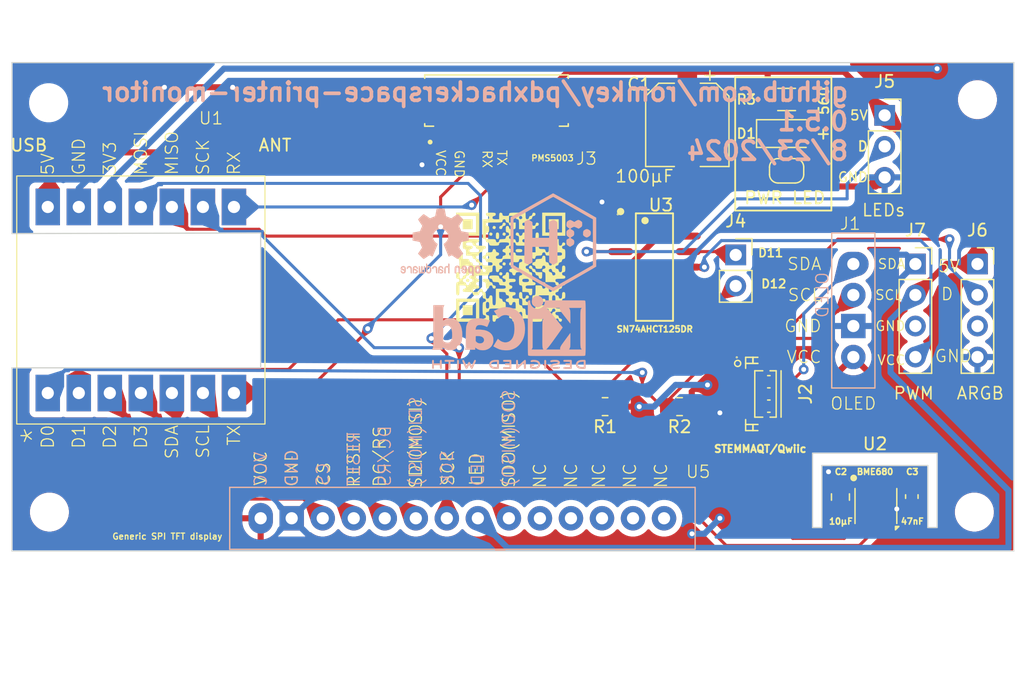
<source format=kicad_pcb>
(kicad_pcb (version 20240108) (generator "pcbnew") (generator_version "8.0")
  (layers (0 "F.Cu" signal) (31 "B.Cu" signal) (34 "B.Paste" user) (35 "F.Paste" user) (36 "B.SilkS" user "B.Silkscreen") (37 "F.SilkS" user "F.Silkscreen") (38 "B.Mask" user) (39 "F.Mask" user) (44 "Edge.Cuts" user))
  (net 0 "")
  (net 1 "+3.3V")
  (net 2 "GND")
  (net 3 "/SCL")
  (net 4 "/SDA")
  (net 5 "+5V")
  (net 6 "/PM_RX")
  (net 7 "/PM_TX")
  (net 8 "/LED_DATA")
  (net 9 "/D_CS")
  (net 10 "/D_DCRS")
  (net 11 "/D_RST")
  (net 12 "/SCK")
  (net 13 "/DI")
  (net 14 "/DO")
  (net 24 "Net-(D1-K)")
  (net 25 "Net-(D1-A)")
  (net 26 "/LED_DATA_5V")
  (net 27 "/FAN_ARGB_5V")
  (net 28 "/FAN_PWM_5V")
  (net 29 "/FAN_PWM")
  (net 30 "/FAN_ARGB")
  (footprint "Connector_PinSocket_2.54mm:PinSocket_1x02_P2.54mm_Vertical" (layer "F.Cu") (at 77.241 30.754)
    (property "Reference" "J4" (at 0 -2.77 0) (layer "F.SilkS"))
    (property "Value" "Conn_01x02_Pin" (hide yes))
    (pad "1" thru_hole rect (at 0 0) (size 1.7 1.7) (drill 1) (layers "*.Cu" "*.Mask") (net 29 "/FAN_PWM"))
    (pad "2" thru_hole oval (at 0 2.54) (size 1.7 1.7) (drill 1) (layers "*.Cu" "*.Mask") (net 30 "/FAN_ARGB"))
  )
  (footprint "LED_SMD:LED_1206_3216Metric_Pad1.42x1.75mm_HandSolder" (layer "F.Cu") (at 81.407 20.812)
    (property "Reference" "D1" (at -3.302001 -0.000001 0) (layer "F.SilkS") (effects (font (size 0.8 0.8))))
    (property "Value" "LED" (hide yes))
    (pad "1" smd roundrect (at -1.4875 0) (size 1.425 1.75) (layers "F.Cu" "F.Paste" "F.Mask") (roundrect_rratio 0.175439) (net 24 "Net-(D1-K)"))
    (pad "2" smd roundrect (at 1.4875 0) (size 1.425 1.75) (layers "F.Cu" "F.Paste" "F.Mask") (roundrect_rratio 0.175439) (net 25 "Net-(D1-A)"))
  )
  (footprint "footprint:SOIC-14_L8.7-W3.9-P1.27-LS6.0-BL" (layer "F.Cu") (at 70.587164 31.750008 -90)
    (property "Reference" "U3" (at -5.08 -0.532836 0) (layer "F.SilkS"))
    (property "Value" "SN74AHCT125DR" (at 5.08 -0.024836 0) (layer "F.SilkS") (effects (font (size 0.5 0.5) (thickness 0.125))))
    (pad "1" smd oval (at -3.810008 2.769164 270) (size 0.57399 2.037998) (layers "F.Cu" "F.Paste" "F.Mask") (net 2 "GND"))
    (pad "2" smd oval (at -2.540005 2.769164 270) (size 0.57399 2.037998) (layers "F.Cu" "F.Paste" "F.Mask") (net 8 "/LED_DATA"))
    (pad "3" smd oval (at -1.270003 2.769164 270) (size 0.57399 2.037998) (layers "F.Cu" "F.Paste" "F.Mask") (net 26 "/LED_DATA_5V"))
    (pad "4" smd oval (at 0 2.769164 270) (size 0.57399 2.037998) (layers "F.Cu" "F.Paste" "F.Mask") (net 2 "GND"))
    (pad "5" smd oval (at 1.270003 2.769164 270) (size 0.57399 2.037998) (layers "F.Cu" "F.Paste" "F.Mask") (net 2 "GND"))
    (pad "6" smd oval (at 2.540005 2.769164 270) (size 0.57399 2.037998) (layers "F.Cu" "F.Paste" "F.Mask"))
    (pad "7" smd oval (at 3.810008 2.769164 270) (size 0.57399 2.037998) (layers "F.Cu" "F.Paste" "F.Mask") (net 2 "GND"))
    (pad "8" smd oval (at 3.810008 -2.769063 270) (size 0.57399 2.037998) (layers "F.Cu" "F.Paste" "F.Mask") (net 27 "/FAN_ARGB_5V"))
    (pad "9" smd oval (at 2.540005 -2.769063 270) (size 0.57399 2.037998) (layers "F.Cu" "F.Paste" "F.Mask") (net 30 "/FAN_ARGB"))
    (pad "10" smd oval (at 1.270003 -2.769063 270) (size 0.57399 2.037998) (layers "F.Cu" "F.Paste" "F.Mask") (net 2 "GND"))
    (pad "11" smd oval (at 0 -2.769063 270) (size 0.57399 2.037998) (layers "F.Cu" "F.Paste" "F.Mask") (net 28 "/FAN_PWM_5V"))
    (pad "12" smd oval (at -1.270003 -2.769063 270) (size 0.57399 2.037998) (layers "F.Cu" "F.Paste" "F.Mask") (net 29 "/FAN_PWM"))
    (pad "13" smd oval (at -2.540005 -2.769063 270) (size 0.57399 2.037998) (layers "F.Cu" "F.Paste" "F.Mask") (net 2 "GND"))
    (pad "14" smd oval (at -3.810008 -2.769063 270) (size 0.57399 2.037998) (layers "F.Cu" "F.Paste" "F.Mask") (net 5 "+5V"))
  )
  (footprint "LOGO" (layer "F.Cu") (at 58.823351 31.757513)
    (property "Reference" "G***" (hide yes))
    (property "Value" "LOGO" (hide yes))
  )
  (footprint "1myFootprints:Xiao ESP32S3 Sense (Camera)" (layer "F.Cu") (at 18.388 44.604 90)
    (property "Reference" "U1" (at 25.046 15.902 0) (layer "F.SilkS") (effects (font (thickness 0.1))))
    (property "Value" "~")
    (fp_text user "GND" (at 20.32 5.08 90) (layer "F.SilkS") (effects (font (thickness 0.1)) (justify left)))
    (fp_text user "TX" (at 0 17.78 90) (layer "F.SilkS") (effects (font (thickness 0.1)) (justify right)))
    (fp_text user "3V3" (at 20.32 7.62 90) (layer "F.SilkS") (effects (font (thickness 0.1)) (justify left)))
    (fp_text user "5V" (at 20.32 2.54 90) (layer "F.SilkS") (effects (font (thickness 0.1)) (justify left)))
    (fp_text user "SCK" (at 20.32 15.24 90) (layer "F.SilkS") (effects (font (thickness 0.1)) (justify left)))
    (fp_text user "SDA" (at 0 12.7 90) (layer "F.SilkS") (effects (font (thickness 0.1)) (justify right)))
    (fp_text user "RX" (at 20.32 17.78 90) (layer "F.SilkS") (effects (font (thickness 0.1)) (justify left)))
    (fp_text user "D1" (at 0 5.08 90) (layer "F.SilkS") (effects (font (thickness 0.1)) (justify right)))
    (fp_text user "MOSI" (at 20.32 10.16 90) (layer "F.SilkS") (effects (font (thickness 0.1)) (justify left)))
    (fp_text user "SCL" (at 0 15.24 90) (layer "F.SilkS") (effects (font (thickness 0.1)) (justify right)))
    (fp_text user "MISO" (at 20.32 12.7 90) (layer "F.SilkS") (effects (font (thickness 0.1)) (justify left)))
    (fp_text user "*" (at -1.778 2.5908 90) (layer "F.SilkS") (effects (font (size 2 2) (thickness 0.1)) (justify left bottom)))
    (fp_text user "D2" (at 0 7.62 90) (layer "F.SilkS") (effects (font (thickness 0.1)) (justify right)))
    (fp_text user "D0" (at 0 2.54 90) (layer "F.SilkS") (effects (font (thickness 0.1)) (justify right)))
    (fp_text user "D3" (at 0 10.16 90) (layer "F.SilkS") (effects (font (thickness 0.1)) (justify right)))
    (pad "1" thru_hole rect (at 2.54 2.54 90) (size 3 2) (drill 1) (layers "*.Cu" "*.Mask") (net 3 "/SCL"))
    (pad "2" thru_hole rect (at 2.54 5.08 90) (size 3 2) (drill 1) (layers "*.Cu" "*.Mask") (net 4 "/SDA"))
    (pad "3" thru_hole rect (at 2.54 7.62 90) (size 3 2) (drill 1) (layers "*.Cu" "*.Mask") (net 9 "/D_CS"))
    (pad "4" thru_hole rect (at 2.54 10.16 90) (size 3 2) (drill 1) (layers "*.Cu" "*.Mask") (net 11 "/D_RST"))
    (pad "5" thru_hole rect (at 2.54 12.7 90) (size 3 2) (drill 1) (layers "*.Cu" "*.Mask") (net 10 "/D_DCRS"))
    (pad "6" thru_hole rect (at 2.54 15.24 90) (size 3 2) (drill 1) (layers "*.Cu" "*.Mask") (net 14 "/DO"))
    (pad "7" thru_hole rect (at 2.54 17.78 90) (size 3 2) (drill 1) (layers "*.Cu" "*.Mask") (net 6 "/PM_RX"))
    (pad "8" thru_hole rect (at 17.78 17.78 90) (size 3 2) (drill 1) (layers "*.Cu" "*.Mask") (net 7 "/PM_TX"))
    (pad "9" thru_hole rect (at 17.78 15.24 90) (size 3 2) (drill 1) (layers "*.Cu" "*.Mask") (net 13 "/DI"))
    (pad "10" thru_hole rect (at 17.78 12.7 90) (size 3 2) (drill 1) (layers "*.Cu" "*.Mask") (net 8 "/LED_DATA"))
    (pad "11" thru_hole rect (at 17.78 10.16 90) (size 3 2) (drill 1) (layers "*.Cu" "*.Mask") (net 12 "/SCK"))
    (pad "12" thru_hole rect (at 17.78 7.62 90) (size 3 2) (drill 1) (layers "*.Cu" "*.Mask") (net 1 "+3.3V"))
    (pad "13" thru_hole rect (at 17.78 5.08 90) (size 3 2) (drill 1) (layers "*.Cu" "*.Mask") (net 2 "GND"))
    (pad "14" thru_hole rect (at 17.78 2.54 90) (size 3 2) (drill 1) (layers "*.Cu" "*.Mask") (net 5 "+5V"))
  )
  (footprint "Capacitor_SMD:C_0805_2012Metric_Pad1.18x1.45mm_HandSolder" (layer "F.Cu") (at 85.814 50.5845 90)
    (property "Reference" "C2" (at 2.0705 0.038 0) (layer "F.SilkS") (effects (font (size 0.5 0.5) (thickness 0.125))))
    (property "Value" "10µF" (at -1.9935 0.038 0) (layer "F.SilkS") (effects (font (size 0.5 0.5) (thickness 0.125))))
    (pad "1" smd roundrect (at -1.0375 0 90) (size 1.175 1.45) (layers "F.Cu" "F.Paste" "F.Mask") (roundrect_rratio 0.212766) (net 1 "+3.3V"))
    (pad "2" smd roundrect (at 1.0375 0 90) (size 1.175 1.45) (layers "F.Cu" "F.Paste" "F.Mask") (roundrect_rratio 0.212766) (net 2 "GND"))
  )
  (footprint "footprint:CONN-SMD_BM04B-SRSS-TB" (layer "F.Cu") (at 78.989301 42.140381 -90)
    (property "Reference" "J2" (at -0.000127 -3.963297 90) (layer "F.SilkS"))
    (property "Value" "~")
    (pad "0" smd rect (at -2.799975 -1.26251 270) (size 1.2 1.8) (layers "F.Cu" "F.Paste" "F.Mask"))
    (pad "0" smd rect (at 2.799975 -1.26251 270) (size 1.2 1.8) (layers "F.Cu" "F.Paste" "F.Mask"))
    (pad "1" smd rect (at -1.5 1.26251 270) (size 0.6 1.550013) (layers "F.Cu" "F.Paste" "F.Mask") (net 3 "/SCL"))
    (pad "2" smd rect (at -0.5 1.26251 270) (size 0.6 1.550013) (layers "F.Cu" "F.Paste" "F.Mask") (net 4 "/SDA"))
    (pad "3" smd rect (at 0.5 1.26251 270) (size 0.6 1.550013) (layers "F.Cu" "F.Paste" "F.Mask") (net 1 "+3.3V"))
    (pad "4" smd rect (at 1.5 1.26251 270) (size 0.6 1.550013) (layers "F.Cu" "F.Paste" "F.Mask") (net 2 "GND"))
  )
  (footprint "1myFootprints:PMS5003 Connector" (layer "F.Cu") (at 57.053 13.2185 180)
    (property "Reference" "J3" (at -7.971 -9.6415 0) (layer "F.SilkS") (effects (font (thickness 0.1))))
    (property "Value" "~" (hide yes))
    (fp_text user "VCC" (at 3.967 -8.8795 -90) (layer "F.SilkS") (effects (font (size 0.75 0.75) (thickness 0.1)) (justify left)))
    (fp_text user "TX" (at -0.605 -8.8795 -90) (layer "F.SilkS") (effects (font (size 0.75 0.75) (thickness 0.1)) (justify left bottom)))
    (fp_text user "RX" (at 0.157 -8.8795 -90) (layer "F.SilkS") (effects (font (size 0.75 0.75) (thickness 0.1)) (justify left)))
    (fp_text user "GND" (at 2.443 -8.8795 -90) (layer "F.SilkS") (effects (font (size 0.75 0.75) (thickness 0.1)) (justify left)))
    (fp_text user "PMS5003" (at -3.399 -9.8955 0) (layer "F.SilkS") (effects (font (size 0.5 0.5) (thickness 0.1)) (justify left bottom)))
    (pad "1" smd rect (at 3.77 -7.79 180) (size 0.8 1.6) (layers "F.Cu" "F.Paste" "F.Mask") (net 5 "+5V"))
    (pad "2" smd rect (at 2.52 -7.79 180) (size 0.8 1.6) (layers "F.Cu" "F.Paste" "F.Mask") (net 2 "GND"))
    (pad "3" smd rect (at 1.27 -7.79 180) (size 0.8 1.6) (layers "F.Cu" "F.Paste" "F.Mask"))
    (pad "4" smd rect (at 0.02 -7.79 180) (size 0.8 1.6) (layers "F.Cu" "F.Paste" "F.Mask") (net 6 "/PM_RX"))
    (pad "5" smd rect (at -1.23 -7.79 180) (size 0.8 1.6) (layers "F.Cu" "F.Paste" "F.Mask") (net 7 "/PM_TX"))
    (pad "6" smd rect (at -2.48 -7.79 180) (size 0.8 1.6) (layers "F.Cu" "F.Paste" "F.Mask"))
    (pad "7" smd rect (at -3.73 -7.79 180) (size 0.8 1.6) (layers "F.Cu" "F.Paste" "F.Mask"))
    (pad "8" smd rect (at -4.98 -7.79 180) (size 0.8 1.6) (layers "F.Cu" "F.Paste" "F.Mask"))
    (pad "S1" smd rect (at -7.53 -4.89 180) (size 2.1 3) (layers "F.Cu" "F.Paste" "F.Mask"))
    (pad "S2" smd rect (at 6.32 -4.89 180) (size 2.1 3) (layers "F.Cu" "F.Paste" "F.Mask"))
  )
  (footprint "Capacitor_SMD:C_0603_1608Metric_Pad1.08x0.95mm_HandSolder" (layer "F.Cu") (at 91.656 50.546 90)
    (property "Reference" "C3" (at 2.032 0.038 0) (layer "F.SilkS") (effects (font (size 0.5 0.5) (thickness 0.125))))
    (property "Value" "47nF" (at -2.032 0.038 0) (layer "F.SilkS") (effects (font (size 0.5 0.5) (thickness 0.125))))
    (pad "1" smd roundrect (at -0.8625 0 90) (size 1.075 0.95) (layers "F.Cu" "F.Paste" "F.Mask") (net 1 "+3.3V"))
    (pad "2" smd roundrect (at 0.8625 0 90) (size 1.075 0.95) (layers "F.Cu" "F.Paste" "F.Mask") (net 2 "GND"))
  )
  (footprint "Package_LGA:Bosch_LGA-8_3x3mm_P0.8mm_ClockwisePinNumbering" (layer "F.Cu") (at 88.716 51.3905 180)
    (property "Reference" "U2" (at 0.07 5.1625 0) (layer "F.SilkS"))
    (property "Value" "BME680" (at 0.07 2.8765 0) (layer "F.SilkS") (effects (font (size 0.5 0.5) (thickness 0.125))))
    (pad "1" smd roundrect (at -1.2 -1.1875 180) (size 0.5 0.525) (layers "F.Cu" "F.Paste" "F.Mask") (net 2 "GND"))
    (pad "2" smd roundrect (at -0.4 -1.1875 180) (size 0.5 0.525) (layers "F.Cu" "F.Paste" "F.Mask") (net 1 "+3.3V"))
    (pad "3" smd roundrect (at 0.4 -1.1875 180) (size 0.5 0.525) (layers "F.Cu" "F.Paste" "F.Mask") (net 4 "/SDA"))
    (pad "4" smd roundrect (at 1.2 -1.1875 180) (size 0.5 0.525) (layers "F.Cu" "F.Paste" "F.Mask") (net 3 "/SCL"))
    (pad "5" smd roundrect (at 1.2 1.1875 180) (size 0.5 0.525) (layers "F.Cu" "F.Paste" "F.Mask") (net 2 "GND"))
    (pad "6" smd roundrect (at 0.4 1.1875 180) (size 0.5 0.525) (layers "F.Cu" "F.Paste" "F.Mask") (net 1 "+3.3V"))
    (pad "7" smd roundrect (at -0.4 1.1875 180) (size 0.5 0.525) (layers "F.Cu" "F.Paste" "F.Mask") (net 2 "GND"))
    (pad "8" smd roundrect (at -1.2 1.1875 180) (size 0.5 0.525) (layers "F.Cu" "F.Paste" "F.Mask") (net 1 "+3.3V"))
  )
  (footprint "Resistor_SMD:R_0805_2012Metric_Pad1.20x1.40mm_HandSolder" (layer "F.Cu") (at 66.548 43.18 180)
    (property "Reference" "R1" (at 0 -1.65 180) (layer "F.SilkS"))
    (property "Value" "4.7K")
    (pad "1" smd roundrect (at -1 0 180) (size 1.2 1.4) (layers "F.Cu" "F.Paste" "F.Mask") (roundrect_rratio 0.208333) (net 1 "+3.3V"))
    (pad "2" smd roundrect (at 1 0 180) (size 1.2 1.4) (layers "F.Cu" "F.Paste" "F.Mask") (roundrect_rratio 0.208333) (net 4 "/SDA"))
  )
  (footprint "Resistor_SMD:R_0805_2012Metric_Pad1.20x1.40mm_HandSolder" (layer "F.Cu") (at 72.644 43.18 180)
    (property "Reference" "R2" (at 0 -1.65 180) (layer "F.SilkS"))
    (property "Value" "4.7K")
    (pad "1" smd roundrect (at -1 0 180) (size 1.2 1.4) (layers "F.Cu" "F.Paste" "F.Mask") (roundrect_rratio 0.208333) (net 1 "+3.3V"))
    (pad "2" smd roundrect (at 1 0 180) (size 1.2 1.4) (layers "F.Cu" "F.Paste" "F.Mask") (roundrect_rratio 0.208333) (net 3 "/SCL"))
  )
  (footprint "MountingHole:MountingHole_2.7mm_M2.5" (layer "F.Cu") (at 21 18.288)
    (property "Reference" "H1" (hide yes))
    (property "Value" "MountingHole" (hide yes))
    (pad "" np_thru_hole circle (at 0 0) (size 2.7 2.7) (drill 2.7) (layers "*.Cu" "*.Mask"))
  )
  (footprint "Jumper:SolderJumper-2_P1.3mm_Bridged_RoundedPad1.0x1.5mm" (layer "F.Cu") (at 81.407 23.86 180)
    (property "Reference" "U4" (hide yes))
    (property "Value" "~" (hide yes))
    (fp_poly (pts (xy 0.25 -0.3) (xy -0.25 -0.3) (xy -0.25 0.3) (xy 0.25 0.3)) (fill solid) (layer "F.Cu"))
    (pad "1" smd custom (at -0.65 0 180) (size 1 0.5) (layers "F.Cu" "F.Mask") (net 24 "Net-(D1-K)") (options (clearance outline) (anchor rect)) (primitives (gr_circle (center 0 0.25) (end 0.5 0.25) (width 0) (fill yes)) (gr_circle (center 0 -0.25) (end 0.5 -0.25) (width 0) (fill yes)) (gr_poly (pts (xy 0.5 0.75) (xy 0 0.75) (xy 0 -0.75) (xy 0.5 -0.75)) (width 0) (fill yes))))
    (pad "2" smd custom (at 0.65 0 180) (size 1 0.5) (layers "F.Cu" "F.Mask") (net 2 "GND") (options (clearance outline) (anchor rect)) (primitives (gr_circle (center 0 0.25) (end 0.5 0.25) (width 0) (fill yes)) (gr_circle (center 0 -0.25) (end 0.5 -0.25) (width 0) (fill yes)) (gr_poly (pts (xy 0 0.75) (xy -0.5 0.75) (xy -0.5 -0.75) (xy 0 -0.75)) (width 0) (fill yes))))
  )
  (footprint "Connector_PinSocket_2.54mm:PinSocket_1x04_P2.54mm_Vertical" (layer "F.Cu") (at 91.948 31.496)
    (property "Reference" "J7" (at 0 -2.77 0) (layer "F.SilkS"))
    (property "Value" "Conn_01x04" (hide yes))
    (pad "1" thru_hole rect (at 0 0) (size 1.7 1.7) (drill 1) (layers "*.Cu" "*.Mask") (net 2 "GND"))
    (pad "2" thru_hole oval (at 0 2.54) (size 1.7 1.7) (drill 1) (layers "*.Cu" "*.Mask") (net 5 "+5V"))
    (pad "3" thru_hole oval (at 0 5.08) (size 1.7 1.7) (drill 1) (layers "*.Cu" "*.Mask"))
    (pad "4" thru_hole oval (at 0 7.62) (size 1.7 1.7) (drill 1) (layers "*.Cu" "*.Mask") (net 28 "/FAN_PWM_5V"))
  )
  (footprint "Capacitor_SMD:CP_Elec_6.3x5.7" (layer "F.Cu") (at 73.279 20.099 -90)
    (property "Reference" "C1" (at -3.335 3.937 180) (layer "F.SilkS"))
    (property "Value" "100µF" (hide yes))
    (pad "1" smd roundrect (at -2.7 0 270) (size 3.5 1.6) (layers "F.Cu" "F.Paste" "F.Mask") (roundrect_rratio 0.15625) (net 5 "+5V"))
    (pad "2" smd roundrect (at 2.7 0 270) (size 3.5 1.6) (layers "F.Cu" "F.Paste" "F.Mask") (roundrect_rratio 0.15625) (net 2 "GND"))
  )
  (footprint "Connector_PinSocket_2.54mm:PinSocket_1x04_P2.54mm_Vertical" (layer "F.Cu") (at 97.028 31.496)
    (property "Reference" "J6" (at 0 -2.77 0) (layer "F.SilkS"))
    (property "Value" "Conn_01x04" (hide yes))
    (pad "1" thru_hole rect (at 0 0) (size 1.7 1.7) (drill 1) (layers "*.Cu" "*.Mask") (net 5 "+5V"))
    (pad "2" thru_hole oval (at 0 2.54) (size 1.7 1.7) (drill 1) (layers "*.Cu" "*.Mask") (net 27 "/FAN_ARGB_5V"))
    (pad "3" thru_hole oval (at 0 5.08) (size 1.7 1.7) (drill 1) (layers "*.Cu" "*.Mask"))
    (pad "4" thru_hole oval (at 0 7.62) (size 1.7 1.7) (drill 1) (layers "*.Cu" "*.Mask") (net 2 "GND"))
  )
  (footprint "1myFootprints:SPI_TFT_TOUCH" (layer "F.Cu") (at 73.914 49.784 90)
    (property "Reference" "U5" (at 1.27 0.254 0) (layer "F.SilkS") (effects (font (thickness 0.1))))
    (property "Value" "~" (hide yes))
    (fp_text user "VCC" (at 0 -35.56 90) (layer "B.SilkS") (effects (font (thickness 0.1)) (justify right mirror)))
    (fp_text user "RESET" (at 0 -27.94 90) (layer "B.SilkS") (effects (font (thickness 0.1)) (justify right mirror)))
    (fp_text user "GND" (at 0 -33.02 90) (layer "B.SilkS") (effects (font (thickness 0.1)) (justify right mirror)))
    (fp_text user "CS" (at 0 -30.48 90) (layer "B.SilkS") (effects (font (thickness 0.1)) (justify right mirror)))
    (fp_text user "SDO(MISO)" (at 0 -15.24 90) (layer "B.SilkS") (effects (font (thickness 0.1)) (justify right mirror)))
    (fp_text user "DC/RS" (at 0 -25.4 90) (layer "B.SilkS") (effects (font (thickness 0.1)) (justify right mirror)))
    (fp_text user "Generic SPI TFT display" (at -4.318 -47.752 0) (layer "F.SilkS") (effects (font (size 0.5 0.5) (thickness 0.1)) (justify left bottom)))
    (fp_text user "GND" (at 3.148 -33.02 90) (layer "F.SilkS") (effects (font (thickness 0.1)) (justify right)))
    (fp_text user "SDI(MOSI)" (at 7.366 -22.86 90) (layer "F.SilkS") (effects (font (thickness 0.1)) (justify right)))
    (fp_text user "SCK" (at 3.148 -20.22 90) (layer "F.SilkS") (effects (font (thickness 0.1)) (justify right)))
    (fp_text user "DC/RS" (at 5.08 -25.808 90) (layer "F.SilkS") (effects (font (thickness 0.1)) (justify right)))
    (fp_text user "SDO(MISO)" (at 7.974 -15.24 90) (layer "F.SilkS") (effects (font (thickness 0.1)) (justify right)))
    (fp_text user "CS" (at 2.132 -30.38 90) (layer "F.SilkS") (effects (font (thickness 0.1)) (justify right)))
    (fp_text user "LED" (at 2.894 -17.934 90) (layer "F.SilkS") (effects (font (thickness 0.1)) (justify right)))
    (fp_text user "VCC" (at 3.048 -35.56 90) (layer "F.SilkS") (effects (font (thickness 0.1)) (justify right)))
    (fp_text user "RESET" (at 4.572 -27.94 90) (layer "F.SilkS") (effects (font (thickness 0.1)) (justify right)))
    (pad "1" thru_hole oval (at -2.54 -35.56 90) (size 2.5 2) (drill 1) (layers "*.Cu" "*.Mask") (net 1 "+3.3V"))
    (pad "2" thru_hole rect (at -2.54 -33.02 90) (size 2 2) (drill 1) (layers "*.Cu" "*.Mask") (net 2 "GND"))
    (pad "3" thru_hole circle (at -2.54 -30.48 90) (size 2 2) (drill 1) (layers "*.Cu" "*.Mask") (net 9 "/D_CS"))
    (pad "4" thru_hole circle (at -2.54 -27.94 90) (size 2 2) (drill 1) (layers "*.Cu" "*.Mask") (net 11 "/D_RST"))
    (pad "5" thru_hole circle (at -2.54 -25.4 90) (size 2 2) (drill 1) (layers "*.Cu" "*.Mask") (net 10 "/D_DCRS"))
    (pad "6" thru_hole circle (at -2.54 -22.86 90) (size 2 2) (drill 1) (layers "*.Cu" "*.Mask") (net 14 "/DO"))
    (pad "7" thru_hole circle (at -2.54 -20.32 90) (size 2 2) (drill 1) (layers "*.Cu" "*.Mask") (net 12 "/SCK"))
    (pad "8" thru_hole circle (at -2.54 -17.78 90) (size 2 2) (drill 1) (layers "*.Cu" "*.Mask") (net 5 "+5V"))
    (pad "9" thru_hole circle (at -2.54 -15.24 90) (size 2 2) (drill 1) (layers "*.Cu" "*.Mask") (net 13 "/DI"))
    (pad "10" thru_hole circle (at -2.54 -12.7 90) (size 2 2) (drill 1) (layers "*.Cu" "*.Mask"))
    (pad "11" thru_hole circle (at -2.54 -10.16 90) (size 2 2) (drill 1) (layers "*.Cu" "*.Mask"))
    (pad "12" thru_hole circle (at -2.54 -7.62 90) (size 2 2) (drill 1) (layers "*.Cu" "*.Mask"))
    (pad "13" thru_hole circle (at -2.54 -5.08 90) (size 2 2) (drill 1) (layers "*.Cu" "*.Mask"))
    (pad "14" thru_hole circle (at -2.54 -2.54 90) (size 2 2) (drill 1) (layers "*.Cu" "*.Mask"))
  )
  (footprint "MountingHole:MountingHole_2.7mm_M2.5" (layer "F.Cu") (at 96.774 51.816)
    (property "Reference" "H4" (hide yes))
    (property "Value" "MountingHole" (hide yes))
    (pad "" np_thru_hole circle (at 0 0) (size 2.7 2.7) (drill 2.7) (layers "*.Cu" "*.Mask"))
  )
  (footprint "Resistor_SMD:R_1206_3216Metric_Pad1.30x1.75mm_HandSolder" (layer "F.Cu") (at 81.407 18.018)
    (property "Reference" "R3" (at -3.302 0 0) (layer "F.SilkS") (effects (font (size 0.8 0.8))))
    (property "Value" "560" (at 3.048 0.112 90) (layer "F.SilkS") (effects (font (size 0.8 0.8))))
    (pad "1" smd roundrect (at -1.55 0) (size 1.3 1.75) (layers "F.Cu" "F.Paste" "F.Mask") (roundrect_rratio 0.192308) (net 5 "+5V"))
    (pad "2" smd roundrect (at 1.55 0) (size 1.3 1.75) (layers "F.Cu" "F.Paste" "F.Mask") (roundrect_rratio 0.192308) (net 25 "Net-(D1-A)"))
  )
  (footprint "MountingHole:MountingHole_2.7mm_M2.5" (layer "F.Cu") (at 21.064 51.816)
    (property "Reference" "H3" (hide yes))
    (property "Value" "MountingHole" (hide yes))
    (pad "" np_thru_hole circle (at 0 0) (size 2.7 2.7) (drill 2.7) (layers "*.Cu" "*.Mask"))
  )
  (footprint "MountingHole:MountingHole_2.7mm_M2.5" (layer "F.Cu") (at 97.028 18.034)
    (property "Reference" "H2" (hide yes))
    (property "Value" "MountingHole" (hide yes))
    (pad "" np_thru_hole circle (at 0 0) (size 2.7 2.7) (drill 2.7) (layers "*.Cu" "*.Mask"))
  )
  (footprint "Connector_PinSocket_2.54mm:PinSocket_1x03_P2.54mm_Vertical" (layer "F.Cu") (at 89.433 19.319)
    (property "Reference" "J5" (at 0 -2.77 0) (layer "F.SilkS"))
    (property "Value" "Conn_01x03" (hide yes))
    (pad "1" thru_hole rect (at 0 0) (size 1.7 1.7) (drill 1) (layers "*.Cu" "*.Mask") (net 5 "+5V"))
    (pad "2" thru_hole oval (at 0 2.54) (size 1.7 1.7) (drill 1) (layers "*.Cu" "*.Mask") (net 26 "/LED_DATA_5V"))
    (pad "3" thru_hole oval (at 0 5.08) (size 1.7 1.7) (drill 1) (layers "*.Cu" "*.Mask") (net 2 "GND"))
  )
  (footprint "1myFootprints:Generic I2C OLED" (layer "F.Cu") (at 86.868 44.196)
    (property "Reference" "J1" (at -0.254 -16.002 0) (layer "F.SilkS") (effects (font (thickness 0.1))))
    (property "Value" "~" (hide yes))
    (fp_text user "OLED" (at -2.54 -10.16 90) (layer "B.SilkS") (effects (font (thickness 0.1)) (justify mirror)))
    (fp_text user "VCC" (at -2.54 -5.08 0) (layer "F.SilkS") (effects (font (thickness 0.1)) (justify right)))
    (fp_text user "SCL" (at 4.064 -10.16 0) (layer "F.SilkS") (effects (font (size 0.8 0.8) (thickness 0.1)) (justify right)))
    (fp_text user "VCC" (at 4.318 -4.826 0) (layer "F.SilkS") (effects (font (size 0.8 0.8) (thickness 0.1)) (justify right)))
    (fp_text user "SDA" (at 4.318 -12.7 0) (layer "F.SilkS") (effects (font (size 0.8 0.8) (thickness 0.1)) (justify right)))
    (fp_text user "SDA" (at -2.54 -12.7 0) (layer "F.SilkS") (effects (font (thickness 0.1)) (justify right)))
    (fp_text user "GND" (at 4.318 -7.62 0) (layer "F.SilkS") (effects (font (size 0.8 0.8) (thickness 0.1)) (justify right)))
    (fp_text user "OLED" (at 0 -1.27 0) (layer "F.SilkS") (effects (font (thickness 0.1))))
    (fp_text user "SCL" (at -2.54 -10.16 0) (layer "F.SilkS") (effects (font (thickness 0.1)) (justify right)))
    (fp_text user "GND" (at -2.54 -7.62 0) (layer "F.SilkS") (effects (font (thickness 0.1)) (justify right)))
    (pad "1" thru_hole oval (at 0 -12.7) (size 2.5 2) (drill 1) (layers "*.Cu" "*.Mask") (net 4 "/SDA"))
    (pad "2" thru_hole circle (at 0 -10.16) (size 2 2) (drill 1) (layers "*.Cu" "*.Mask") (net 3 "/SCL"))
    (pad "3" thru_hole rect (at 0 -7.62) (size 2 2) (drill 1) (layers "*.Cu" "*.Mask") (net 2 "GND"))
    (pad "4" thru_hole circle (at 0 -5.08) (size 2 2) (drill 1) (layers "*.Cu" "*.Mask") (net 1 "+3.3V"))
  )
  (footprint "1myFootprints:CTRLH Logo" (layer "B.Cu") (at 62.484 29.718 180)
    (property "Reference" "REF**" (hide yes))
    (property "Value" "CTRLH Logo" (hide yes))
  )
  (footprint "Symbol:KiCad-Logo2_5mm_SilkScreen" (layer "B.Cu") (at 58.674 37.084 180)
    (property "Reference" "REF**" (hide yes))
    (property "Value" "KiCad-Logo2_5mm_SilkScreen" (hide yes))
  )
  (footprint "1myFootprints:OSHW-Logo2_7.3x6mm_SilkScreen" (layer "B.Cu") (at 53.086 29.718 180)
    (property "Reference" "REF**" (hide yes))
    (property "Value" "OSHW-Logo2_7.3x6mm_SilkScreen" (hide yes))
  )
  (gr_circle (center 86.895 49.022) (end 87.095 49.022) (stroke (width 0.15)) (fill solid) (layer "F.SilkS"))
  (gr_rect (start 77.197 16.197) (end 85.071 27.119) (stroke (width 0.15)) (fill none) (layer "F.SilkS"))
  (gr_line (start 100 15) (end 18 15) (stroke (width 0.1)) (layer "Edge.Cuts"))
  (gr_line (start 18 29) (end 38.354 28.956) (stroke (width 0.1)) (layer "Edge.Cuts"))
  (gr_line (start 92.964 53.086) (end 92.964 48.006) (stroke (width 0.1)) (layer "Edge.Cuts"))
  (gr_line (start 83.528 53.086) (end 83.528 46.99) (stroke (width 0.1)) (layer "Edge.Cuts"))
  (gr_line (start 18 55) (end 100 55) (stroke (width 0.1)) (layer "Edge.Cuts"))
  (gr_line (start 84.29 53.086) (end 84.29 48.006) (stroke (width 0.1)) (layer "Edge.Cuts"))
  (gr_line (start 92.964 53.086) (end 93.726 53.086) (stroke (width 0.1)) (layer "Edge.Cuts"))
  (gr_line (start 38.354 40) (end 18 40) (stroke (width 0.1)) (layer "Edge.Cuts"))
  (gr_line (start 93.726 53.086) (end 93.726 46.99) (stroke (width 0.1)) (layer "Edge.Cuts"))
  (gr_line (start 100 55) (end 100 15) (stroke (width 0.1)) (layer "Edge.Cuts"))
  (gr_line (start 18 15) (end 18 29) (stroke (width 0.1)) (layer "Edge.Cuts"))
  (gr_line (start 18 40) (end 18 55) (stroke (width 0.1)) (layer "Edge.Cuts"))
  (gr_line (start 84.29 48.006) (end 92.964 48.006) (stroke (width 0.1)) (layer "Edge.Cuts"))
  (gr_line (start 83.528 46.99) (end 93.726 46.99) (stroke (width 0.1)) (layer "Edge.Cuts"))
  (gr_line (start 38.354 28.956) (end 38.354 40) (stroke (width 0.1)) (layer "Edge.Cuts"))
  (gr_line (start 83.528 53.086) (end 84.29 53.086) (stroke (width 0.1)) (layer "Edge.Cuts"))
  (gr_text "github.com/romkey/pdxhackerspace-printer-monitor\n0.5.1\n8/23/2024" (at 86.614 23.114 0) (layer "B.SilkS") (effects (font (size 1.5 1.5) (thickness 0.3) (bold yes)) (justify left bottom mirror)))
  (gr_text "SCK" (at 53.594 49.784 90) (layer "B.SilkS") (effects (font (size 1 1) (thickness 0.1)) (justify right mirror)))
  (gr_text "LED" (at 56.134 49.784 90) (layer "B.SilkS") (effects (font (size 1 1) (thickness 0.1)) (justify right mirror)))
  (gr_text "SDI(MOSI)" (at 51.054 49.784 90) (layer "B.SilkS") (effects (font (size 1 1) (thickness 0.1)) (justify right mirror)))
  (gr_text "PWM" (at 90.086 42.672 0) (layer "F.SilkS") (effects (font (size 1 1) (thickness 0.125)) (justify left bottom)))
  (gr_text "D11" (at 78.994 30.988 0) (layer "F.SilkS") (effects (font (size 0.7 0.7) (thickness 0.14) (bold yes)) (justify left bottom)))
  (gr_text "NC" (at 63.754 47.752 90) (layer "F.SilkS") (effects (font (size 1 1) (thickness 0.1)) (justify right)))
  (gr_text "PWR LED" (at 77.851 26.654 0) (layer "F.SilkS") (effects (font (size 1 1)) (justify left bottom)))
  (gr_text "5V" (at 88.138 19.319 0) (layer "F.SilkS") (effects (font (size 0.8 0.8) (thickness 0.125)) (justify right)))
  (gr_text "LEDs" (at 87.503 27.67 0) (layer "F.SilkS") (effects (font (size 1 1) (thickness 0.125)) (justify left bottom)))
  (gr_text "ARGB" (at 95.25 42.672 0) (layer "F.SilkS") (effects (font (size 1 1) (thickness 0.125)) (justify left bottom)))
  (gr_text "+" (at 84.92 21.574 90) (layer "F.SilkS") (effects (font (size 1 1)) (justify left bottom)))
  (gr_text "USB" (at 17.78 22.352 0) (layer "F.SilkS") (effects (font (size 1 1)) (justify left bottom)))
  (gr_text "D" (at 88.138 21.859 0) (layer "F.SilkS") (effects (font (size 0.8 0.8)) (justify right)))
  (gr_text "GND" (at 93.472 39.624 0) (layer "F.SilkS") (effects (font (size 1 1) (thickness 0.1) (bold yes)) (justify left bottom)))
  (gr_text "NC" (at 66.04 47.752 90) (layer "F.SilkS") (effects (font (size 1 1) (thickness 0.1)) (justify right)))
  (gr_text "STEMMAQT/Qwiic" (at 79.248 46.99 0) (layer "F.SilkS") (effects (font (size 0.6 0.6)) (justify bottom)))
  (gr_text "100µF" (at 67.31 24.892 0) (layer "F.SilkS") (effects (font (size 1 1) (thickness 0.125)) (justify left bottom)))
  (gr_text "GND" (at 88.138 24.384 0) (layer "F.SilkS") (effects (font (size 0.8 0.8) (thickness 0.125)) (justify right)))
  (gr_text "ANT" (at 38.1 22.352 0) (layer "F.SilkS") (effects (font (size 1 1)) (justify left bottom)))
  (gr_text "NC" (at 68.58 47.752 90) (layer "F.SilkS") (effects (font (size 1 1) (thickness 0.1)) (justify right)))
  (gr_text "D" (at 93.98 34.544 0) (layer "F.SilkS") (effects (font (size 1 1) (thickness 0.1) (bold yes)) (justify left bottom)))
  (gr_text "NC" (at 71.12 47.752 90) (layer "F.SilkS") (effects (font (size 1 1) (thickness 0.1)) (justify right)))
  (gr_text "5V" (at 93.726 32.258 0) (layer "F.SilkS") (effects (font (size 1 1) (thickness 0.1) (bold yes)) (justify left bottom)))
  (gr_text "NC" (at 61.214 47.752 90) (layer "F.SilkS") (effects (font (size 1 1) (thickness 0.1)) (justify right)))
  (gr_text "D12" (at 79.248 33.528 0) (layer "F.SilkS") (effects (font (size 0.7 0.7) (thickness 0.14) (bold yes)) (justify left bottom)))
  (segment (start 89.916 50.482138) (end 89.916 50.203) (width 0.5) (layer "F.Cu") (net 1))
  (segment (start 88.316 50.876) (end 88.138 51.054) (width 0.5) (layer "F.Cu") (net 1))
  (segment (start 89.116 52.032) (end 88.519 51.435) (width 0.5) (layer "F.Cu") (net 1))
  (segment (start 88.519 51.435) (end 88.963138 51.435) (width 0.5) (layer "F.Cu") (net 1))
  (segment (start 88.316 50.203) (end 88.316 50.876) (width 0.5) (layer "F.Cu") (net 1))
  (segment (start 88.519 51.435) (end 88.138 51.054) (width 0.5) (layer "F.Cu") (net 1))
  (segment (start 89.116 52.578) (end 89.116 52.032) (width 0.5) (layer "F.Cu") (net 1))
  (segment (start 88.963138 51.435) (end 89.916 50.482138) (width 0.5) (layer "F.Cu") (net 1))
  (via (at 73.66 53.594) (size 0.8) (drill 0.4) (layers "F.Cu" "B.Cu") (net 1))
  (via (at 74.93 41.402) (size 0.8) (drill 0.4) (layers "F.Cu" "B.Cu") (net 1))
  (via (at 93.726 15.494) (size 0.8) (drill 0.4) (layers "F.Cu" "B.Cu") (net 1))
  (via (at 75.946 52.324) (size 0.8) (drill 0.4) (layers "F.Cu" "B.Cu") (net 1))
  (via (at 69.342 43.18) (size 0.8) (drill 0.4) (layers "F.Cu" "B.Cu") (net 1))
  (segment (start 26.008 24.824) (end 35.338 15.494) (width 0.5) (layer "B.Cu") (net 1))
  (segment (start 73.66 53.594) (end 74.676 53.594) (width 0.5) (layer "B.Cu") (net 1))
  (segment (start 74.676 53.594) (end 75.946 52.324) (width 0.5) (layer "B.Cu") (net 1))
  (segment (start 72.322082 41.402) (end 74.93 41.402) (width 0.5) (layer "B.Cu") (net 1))
  (segment (start 70.544082 43.18) (end 72.322082 41.402) (width 0.5) (layer "B.Cu") (net 1))
  (segment (start 35.338 15.494) (end 93.726 15.494) (width 0.5) (layer "B.Cu") (net 1))
  (segment (start 26.008 26.824) (end 26.008 24.824) (width 0.5) (layer "B.Cu") (net 1))
  (segment (start 69.342 43.18) (end 70.544082 43.18) (width 0.5) (layer "B.Cu") (net 1))
  (segment (start 89.204931 49.834931) (end 89.116 49.923862) (width 0.5) (layer "F.Cu") (net 2))
  (segment (start 69.342 33.528) (end 69.342 34.7582) (width 0.5) (layer "F.Cu") (net 2))
  (segment (start 89.116315 49.793518) (end 89.163518 49.793518) (width 0.5) (layer "F.Cu") (net 2))
  (segment (start 67.818 27.94) (end 69.6722 27.94) (width 0.5) (layer "F.Cu") (net 2))
  (segment (start 54.533 22.3085) (end 54.533 21.0085) (width 0.5) (layer "F.Cu") (net 2))
  (segment (start 68.834 33.02) (end 69.342 33.528) (width 0.5) (layer "F.Cu") (net 2))
  (segment (start 70.723 24.13) (end 70.612 24.13) (width 0.5) (layer "F.Cu") (net 2))
  (segment (start 70.612 24.241) (end 69.6722 25.1808) (width 0.5) (layer "F.Cu") (net 2))
  (segment (start 67.818 31.75) (end 67.818 33.02) (width 0.5) (layer "F.Cu") (net 2))
  (segment (start 88.646 49.276) (end 89.204931 49.834931) (width 0.5) (layer "F.Cu") (net 2))
  (segment (start 69.342 34.7582) (end 68.5402 35.56) (width 0.5) (layer "F.Cu") (net 2))
  (segment (start 69.6722 25.1808) (end 69.6722 27.94) (width 0.5) (layer "F.Cu") (net 2))
  (segment (start 53.4735 23.368) (end 54.533 22.3085) (width 0.5) (layer "F.Cu") (net 2))
  (segment (start 86.86 49.547) (end 87.516 50.203) (width 0.5) (layer "F.Cu") (net 2))
  (segment (start 89.916 52.578) (end 89.916 52.07) (width 0.5) (layer "F.Cu") (net 2))
  (segment (start 67.818 33.02) (end 68.834 33.02) (width 0.5) (layer "F.Cu") (net 2))
  (segment (start 68.4022 31.75) (end 70.9422 29.21) (width 0.5) (layer "F.Cu") (net 2))
  (segment (start 85.814 49.547) (end 86.86 49.547) (width 0.5) (layer "F.Cu") (net 2))
  (segment (start 80.757 24.615) (end 81.288 25.146) (width 0.5) (layer "F.Cu") (net 2))
  (segment (start 68.834 33.02) (end 72.644 33.02) (width 0.5) (layer "F.Cu") (net 2))
  (segment (start 30.48 17.018) (end 36.068 17.018) (width 0.5) (layer "F.Cu") (net 2))
  (segment (start 87.516 50.203) (end 87.516 49.923862) (width 0.5) (layer "F.Cu") (net 2))
  (segment (start 70.9422 29.21) (end 72.644 29.21) (width 0.5) (layer "F.Cu") (net 2))
  (segment (start 75.946 43.688) (end 77.679172 43.688) (width 0.5) (layer "F.Cu") (net 2))
  (segment (start 80.757 23.86) (end 80.757 24.615) (width 0.5) (layer "F.Cu") (net 2))
  (segment (start 89.116 49.923862) (end 89.116 50.203) (width 0.5) (layer "F.Cu") (net 2))
  (segment (start 89.163518 49.793518) (end 89.204931 49.834931) (width 0.5) (layer "F.Cu") (net 2))
  (segment (start 88.163862 49.276) (end 88.646 49.276) (width 0.5) (layer "F.Cu") (net 2))
  (segment (start 67.818 27.94) (end 66.294 26.416) (width 0.5) (layer "F.Cu") (net 2))
  (segment (start 89.916 52.07) (end 90.424 51.562) (width 0.5) (layer "F.Cu") (net 2))
  (segment (start 51.562 23.368) (end 53.4735 23.368) (width 0.5) (layer "F.Cu") (net 2))
  (segment (start 85.814 49.492) (end 84.836 48.514) (width 0.5) (layer "F.Cu") (net 2))
  (segment (start 67.564008 27.94) (end 67.818 27.94) (width 0.5) (layer "F.Cu") (net 2))
  (segment (start 88.686 25.146) (end 89.433 24.399) (width 0.5) (layer "F.Cu") (net 2))
  (segment (start 69.6722 27.94) (end 70.9422 29.21) (width 0.5) (layer "F.Cu") (net 2))
  (segment (start 91.463 49.4905) (end 89.419333 49.4905) (width 0.5) (layer "F.Cu") (net 2))
  (segment (start 67.564 27.939992) (end 67.564008 27.94) (width 0.5) (layer "F.Cu") (net 2))
  (segment (start 73.279 21.574) (end 70.723 24.13) (width 0.5) (layer "F.Cu") (net 2))
  (segment (start 81.288 25.146) (end 88.686 25.146) (width 0.5) (layer "F.Cu") (net 2))
  (segment (start 89.419333 49.4905) (end 89.116315 49.793518) (width 0.5) (layer "F.Cu") (net 2))
  (segment (start 70.612 24.13) (end 70.612 24.241) (width 0.5) (layer "F.Cu") (net 2))
  (segment (start 87.516 49.923862) (end 88.163862 49.276) (width 0.5) (layer "F.Cu") (net 2))
  (via (at 51.562 23.368) (size 0.8) (drill 0.4) (layers "F.Cu" "B.Cu") (net 2))
  (via (at 66.294 26.416) (size 0.8) (drill 0.4) (layers "F.Cu" "B.Cu") (net 2))
  (via (at 84.836 48.514) (size 0.8) (drill 0.4) (layers "F.Cu" "B.Cu") (net 2))
  (via (at 75.946 43.688) (size 0.8) (drill 0.4) (layers "F.Cu" "B.Cu") (net 2))
  (via (at 30.48 17.018) (size 0.8) (drill 0.4) (layers "F.Cu" "B.Cu") (net 2))
  (via (at 36.068 17.018) (size 0.8) (drill 0.4) (layers "F.Cu" "B.Cu") (net 2))
  (via (at 90.424 51.562) (size 0.8) (drill 0.4) (layers "F.Cu" "B.Cu") (net 2))
  (segment (start 23.468 26.824) (end 23.468 25.3) (width 0.5) (layer "B.Cu") (net 2))
  (segment (start 91.948 31.496) (end 91.186 30.734) (width 0.5) (layer "B.Cu") (net 2))
  (segment (start 25.146 23.622) (end 25.654 23.622) (width 0.5) (layer "B.Cu") (net 2))
  (segment (start 90.17 30.734) (end 91.186 30.734) (width 0.5) (layer "B.Cu") (net 2))
  (segment (start 23.468 25.3) (end 25.146 23.622) (width 0.5) (layer "B.Cu") (net 2))
  (segment (start 75.08775 39.27375) (end 76.7695 37.592) (width 0.25) (layer "F.Cu") (net 3))
  (segment (start 75.438 47.498) (end 81.913 53.973) (width 0.25) (layer "F.Cu") (net 3))
  (segment (start 69.596 41.5945) (end 71.1815 43.18) (width 0.25) (layer "F.Cu") (net 3))
  (segment (start 71.1815 43.18) (end 75.08775 39.27375) (width 0.25) (layer "F.Cu") (net 3))
  (segment (start 86.121 53.973) (end 87.516 52.578) (width 0.25) (layer "F.Cu") (net 3))
  (segment (start 75.08775 39.27375) (end 76.454381 40.640381) (width 0.25) (layer "F.Cu") (net 3))
  (segment (start 81.913 53.973) (end 86.121 53.973) (width 0.25) (layer "F.Cu") (net 3))
  (segment (start 83.82 37.592) (end 83.82 37.084) (width 0.25) (layer "F.Cu") (net 3))
  (segment (start 76.7695 37.592) (end 83.82 37.592) (width 0.25) (layer "F.Cu") (net 3))
  (segment (start 75.438 47.4365) (end 75.438 47.498) (width 0.25) (layer "F.Cu") (net 3))
  (segment (start 76.454381 40.640381) (end 77.726791 40.640381) (width 0.25) (layer "F.Cu") (net 3))
  (segment (start 69.596 40.386) (end 69.596 41.5945) (width 0.25) (layer "F.Cu") (net 3))
  (segment (start 83.82 37.084) (end 86.868 34.036) (width 0.25) (layer "F.Cu") (net 3))
  (segment (start 71.1815 43.18) (end 75.438 47.4365) (width 0.25) (layer "F.Cu") (net 3))
  (via (at 69.596 40.386) (size 0.8) (drill 0.4) (layers "F.Cu" "B.Cu") (net 3))
  (segment (start 22.36 40.132) (end 69.596 40.386) (width 0.25) (layer "B.Cu") (net 3))
  (segment (start 20.928 41.564) (end 22.36 40.132) (width 0.25) (layer "B.Cu") (net 3))
  (segment (start 23.468 40.286) (end 23.622 40.132) (width 0.25) (layer "F.Cu") (net 4))
  (segment (start 71.1815 37.084) (end 65.0855 43.18) (width 0.25) (layer "F.Cu") (net 4))
  (segment (start 23.468 42.064) (end 23.468 40.286) (width 0.25) (layer "F.Cu") (net 4))
  (segment (start 77.726791 41.640381) (end 81.295619 41.640381) (width 0.25) (layer "F.Cu") (net 4))
  (segment (start 57.9735 36.068) (end 65.0855 43.18) (width 0.25) (layer "F.Cu") (net 4))
  (segment (start 86.868 31.496) (end 81.534 36.83) (width 0.25) (layer "F.Cu") (net 4))
  (segment (start 81.534 36.83) (end 81.534 37.084) (width 0.25) (layer "F.Cu") (net 4))
  (segment (start 81.295619 41.640381) (end 82.804 40.132) (width 0.25) (layer "F.Cu") (net 4))
  (segment (start 23.622 40.132) (end 40.64 40.132) (width 0.25) (layer "F.Cu") (net 4))
  (segment (start 40.64 40.132) (end 44.704 36.068) (width 0.25) (layer "F.Cu") (net 4))
  (segment (start 76.4575 54.552) (end 87.366499 54.552) (width 0.25) (layer "F.Cu") (net 4))
  (segment (start 81.534 37.084) (end 71.1815 37.084) (width 0.25) (layer "F.Cu") (net 4))
  (segment (start 65.0855 43.18) (end 76.4575 54.552) (width 0.25) (layer "F.Cu") (net 4))
  (segment (start 88.316 53.602499) (end 88.316 52.578) (width 0.25) (layer "F.Cu") (net 4))
  (segment (start 87.366499 54.552) (end 88.316 53.602499) (width 0.25) (layer "F.Cu") (net 4))
  (segment (start 44.704 36.068) (end 57.9735 36.068) (width 0.25) (layer "F.Cu") (net 4))
  (via (at 82.804 40.132) (size 0.8) (drill 0.4) (layers "F.Cu" "B.Cu") (net 4))
  (segment (start 82.804 40.132) (end 82.804 35.56) (width 0.25) (layer "B.Cu") (net 4))
  (segment (start 82.804 35.56) (end 86.868 31.496) (width 0.25) (layer "B.Cu") (net 4))
  (segment (start 89.433 19.319) (end 97.028 26.914) (width 0.5) (layer "F.Cu") (net 5))
  (segment (start 73.279 15.875) (end 73.406 15.748) (width 0.5) (layer "F.Cu") (net 5))
  (segment (start 20.928 26.824) (end 20.928 24.824) (width 0.5) (layer "F.Cu") (net 5))
  (segment (start 74.629 25.955) (end 72.644 27.94) (width 0.5) (layer "F.Cu") (net 5))
  (segment (start 63.4935 15.748) (end 73.406 15.748) (width 0.5) (layer "F.Cu") (net 5))
  (segment (start 74.629 19.974) (end 74.629 25.955) (width 0.5) (layer "F.Cu") (net 5))
  (segment (start 46.736 22.352) (end 48.0795 21.0085) (width 0.5) (layer "F.Cu") (net 5))
  (segment (start 53.283 19.361) (end 55.118 17.526) (width 0.5) (layer "F.Cu") (net 5))
  (segment (start 97.028 26.914) (end 97.028 31.496) (width 0.5) (layer "F.Cu") (net 5))
  (segment (start 61.7155 17.526) (end 63.4935 15.748) (width 0.5) (layer "F.Cu") (net 5))
  (segment (start 73.279 18.624) (end 74.629 19.974) (width 0.5) (layer "F.Cu") (net 5))
  (segment (start 48.0795 21.0085) (end 53.283 21.0085) (width 0.5) (layer "F.Cu") (net 5))
  (segment (start 55.118 17.526) (end 61.7155 17.526) (width 0.5) (layer "F.Cu") (net 5))
  (segment (start 20.928 24.824) (end 23.4 22.352) (width 0.5) (layer "F.Cu") (net 5))
  (segment (start 23.4 22.352) (end 46.736 22.352) (width 0.5) (layer "F.Cu") (net 5))
  (segment (start 79.756 15.748) (end 86.106 15.748) (width 0.5) (layer "F.Cu") (net 5))
  (segment (start 53.283 21.0085) (end 53.283 19.361) (width 0.5) (layer "F.Cu") (net 5))
  (segment (start 79.857 15.849) (end 79.756 15.748) (width 0.5) (layer "F.Cu") (net 5))
  (segment (start 86.106 15.748) (end 89.433 19.075) (width 0.5) (layer "F.Cu") (net 5))
  (segment (start 73.406 15.748) (end 79.756 15.748) (width 0.5) (layer "F.Cu") (net 5))
  (segment (start 79.857 18.018) (end 79.857 15.849) (width 0.5) (layer "F.Cu") (net 5))
  (segment (start 73.279 18.624) (end 73.279 15.875) (width 0.5) (layer "F.Cu") (net 5))
  (segment (start 97.028 31.496) (end 94.488 31.496) (width 0.5) (layer "F.Cu") (net 5))
  (segment (start 94.488 31.496) (end 91.948 34.036) (width 0.5) (layer "F.Cu") (net 5))
  (segment (start 99.568 50.038) (end 89.916 40.386) (width 0.5) (layer "B.Cu") (net 5))
  (segment (start 99.568 54.75) (end 99.568 50.038) (width 0.5) (layer "B.Cu") (net 5))
  (segment (start 56.134 52.324) (end 58.56 54.75) (width 0.5) (layer "B.Cu") (net 5))
  (segment (start 89.916 40.386) (end 89.916 36.068) (width 0.5) (layer "B.Cu") (net 5))
  (segment (start 89.916 36.068) (end 91.948 34.036) (width 0.5) (layer "B.Cu") (net 5))
  (segment (start 58.56 54.75) (end 99.568 54.75) (width 0.5) (layer "B.Cu") (net 5))
  (segment (start 47.117 36.793) (end 47.117 36.957) (width 0.25) (layer "F.Cu") (net 6))
  (segment (start 42.01 42.064) (end 36.168 42.064) (width 0.25) (layer "F.Cu") (net 6))
  (segment (start 53.086 28.448) (end 53.086 26.0055) (width 0.25) (layer "F.Cu") (net 6))
  (segment (start 47.117 36.957) (end 42.01 42.064) (width 0.25) (layer "F.Cu") (net 6))
  (segment (start 53.086 26.0055) (end 57.033 22.0585) (width 0.25) (layer "F.Cu") (net 6))
  (segment (start 57.033 22.0585) (end 57.033 21.0085) (width 0.25) (layer "F.Cu") (net 6))
  (via (at 47.117 36.793) (size 0.8) (drill 0.4) (layers "F.Cu" "B.Cu") (net 6))
  (via (at 53.086 28.448) (size 0.8) (drill 0.4) (layers "F.Cu" "B.Cu") (net 6))
  (segment (start 53.086 30.734) (end 53.086 28.448) (width 0.25) (layer "B.Cu") (net 6))
  (segment (start 47.117 36.703) (end 53.086 30.734) (width 0.25) (layer "B.Cu") (net 6))
  (segment (start 47.117 36.793) (end 47.117 36.703) (width 0.25) (layer "B.Cu") (net 6))
  (segment (start 58.283 24.013) (end 58.283 21.0085) (width 0.25) (layer "F.Cu") (net 7))
  (segment (start 55.626 26.67) (end 58.283 24.013) (width 0.25) (layer "F.Cu") (net 7))
  (via (at 55.626 26.67) (size 0.8) (drill 0.4) (layers "F.Cu" "B.Cu") (net 7))
  (segment (start 36.168 26.824) (end 55.272 26.824) (width 0.25) (layer "B.Cu") (net 7))
  (segment (start 55.272 26.824) (end 55.626 26.67) (width 0.25) (layer "B.Cu") (net 7))
  (segment (start 38.223777 28.649) (end 32.303 28.649) (width 0.25) (layer "F.Cu") (net 8))
  (segment (start 67.818 29.21) (end 38.784777 29.21) (width 0.25) (layer "F.Cu") (net 8))
  (segment (start 32.303 28.649) (end 31.088 27.434) (width 0.25) (layer "F.Cu") (net 8))
  (segment (start 38.784777 29.21) (end 38.223777 28.649) (width 0.25) (layer "F.Cu") (net 8))
  (segment (start 34.193 50.749) (end 41.859 50.749) (width 0.25) (layer "F.Cu") (net 9))
  (segment (start 26.008 42.564) (end 34.193 50.749) (width 0.25) (layer "F.Cu") (net 9))
  (segment (start 41.859 50.749) (end 43.434 52.324) (width 0.25) (layer "F.Cu") (net 9))
  (segment (start 37.084 49.784) (end 45.974 49.784) (width 0.25) (layer "F.Cu") (net 10))
  (segment (start 45.974 49.784) (end 48.514 52.324) (width 0.25) (layer "F.Cu") (net 10))
  (segment (start 31.088 42.064) (end 31.088 43.788) (width 0.25) (layer "F.Cu") (net 10))
  (segment (start 31.088 43.788) (end 37.084 49.784) (width 0.25) (layer "F.Cu") (net 10))
  (segment (start 36.283 50.299) (end 43.949 50.299) (width 0.25) (layer "F.Cu") (net 11))
  (segment (start 43.949 50.299) (end 45.974 52.324) (width 0.25) (layer "F.Cu") (net 11))
  (segment (start 28.548 42.564) (end 36.283 50.299) (width 0.25) (layer "F.Cu") (net 11))
  (segment (start 53.594 38.862) (end 53.594 52.324) (width 0.25) (layer "F.Cu") (net 12))
  (segment (start 52.324 37.592) (end 53.594 38.862) (width 0.25) (layer "F.Cu") (net 12))
  (via (at 52.324 37.592) (size 0.8) (drill 0.4) (layers "F.Cu" "B.Cu") (net 12))
  (segment (start 29.98 24.892) (end 55.335 24.892) (width 0.25) (layer "B.Cu") (net 12))
  (segment (start 56.351 33.311) (end 52.324 37.592) (width 0.25) (layer "B.Cu") (net 12))
  (segment (start 55.335 24.892) (end 56.351 25.908) (width 0.25) (layer "B.Cu") (net 12))
  (segment (start 28.548 26.324) (end 29.98 24.892) (width 0.25) (layer "B.Cu") (net 12))
  (segment (start 56.351 25.871) (end 56.351 33.311) (width 0.25) (layer "B.Cu") (net 12))
  (segment (start 54.61 48.26) (end 58.674 52.324) (width 0.25) (layer "F.Cu") (net 13))
  (segment (start 54.61 38.354) (end 54.61 48.26) (width 0.25) (layer "F.Cu") (net 13))
  (via (at 54.61 38.354) (size 0.8) (drill 0.4) (layers "F.Cu" "B.Cu") (net 13))
  (segment (start 35.044494 28.830888) (end 38.482888 28.830888) (width 0.25) (layer "B.Cu") (net 13))
  (segment (start 33.628 27.414394) (end 35.044494 28.830888) (width 0.25) (layer "B.Cu") (net 13))
  (segment (start 38.482888 29.184193) (end 47.652695 38.354) (width 0.25) (layer "B.Cu") (net 13))
  (segment (start 38.482888 28.830888) (end 38.482888 29.184193) (width 0.25) (layer "B.Cu") (net 13))
  (segment (start 47.652695 38.354) (end 54.61 38.354) (width 0.25) (layer "B.Cu") (net 13))
  (segment (start 39.82 49.276) (end 48.006 49.276) (width 0.25) (layer "F.Cu") (net 14))
  (segment (start 33.628 43.084) (end 39.82 49.276) (width 0.25) (layer "F.Cu") (net 14))
  (segment (start 48.006 49.276) (end 51.054 52.324) (width 0.25) (layer "F.Cu") (net 14))
  (segment (start 79.9195 20.812) (end 82.057 22.9495) (width 0.25) (layer "F.Cu") (net 24))
  (segment (start 82.057 22.9495) (end 82.057 23.86) (width 0.25) (layer "F.Cu") (net 24))
  (segment (start 82.8945 20.812) (end 82.8945 18.0805) (width 0.25) (layer "F.Cu") (net 25))
  (segment (start 65.024 30.48) (end 67.818 30.48) (width 0.25) (layer "F.Cu") (net 26))
  (via (at 65.024 30.48) (size 0.8) (drill 0.4) (layers "F.Cu" "B.Cu") (net 26))
  (segment (start 65.024 30.48) (end 72.907305 30.48) (width 0.25) (layer "B.Cu") (net 26))
  (segment (start 77.225305 26.162) (end 86.36 26.162) (width 0.25) (layer "B.Cu") (net 26))
  (segment (start 86.36 24.932) (end 89.433 21.859) (width 0.25) (layer "B.Cu") (net 26))
  (segment (start 86.36 26.162) (end 86.36 24.932) (width 0.25) (layer "B.Cu") (net 26))
  (segment (start 72.907305 30.48) (end 77.225305 26.162) (width 0.25) (layer "B.Cu") (net 26))
  (segment (start 79.502 35.56) (end 85.598 29.464) (width 0.25) (layer "F.Cu") (net 27))
  (segment (start 72.644 35.56) (end 79.502 35.56) (width 0.25) (layer "F.Cu") (net 27))
  (segment (start 85.598 29.464) (end 94.742 29.464) (width 0.25) (layer "F.Cu") (net 27))
  (via (at 94.742 29.464) (size 0.8) (drill 0.4) (layers "F.Cu" "B.Cu") (net 27))
  (segment (start 94.742 31.75) (end 97.028 34.036) (width 0.25) (layer "B.Cu") (net 27))
  (segment (start 94.742 29.464) (end 94.742 31.75) (width 0.25) (layer "B.Cu") (net 27))
  (segment (start 72.644 31.75) (end 74.676 31.75) (width 0.25) (layer "F.Cu") (net 28))
  (via (at 74.676 31.75) (size 0.8) (drill 0.4) (layers "F.Cu" "B.Cu") (net 28))
  (segment (start 93.218 37.846) (end 91.948 39.116) (width 0.25) (layer "B.Cu") (net 28))
  (segment (start 76.066 29.579) (end 92.381 29.579) (width 0.25) (layer "B.Cu") (net 28))
  (segment (start 92.381 29.579) (end 93.218 30.416) (width 0.25) (layer "B.Cu") (net 28))
  (segment (start 93.218 30.416) (end 93.218 37.846) (width 0.25) (layer "B.Cu") (net 28))
  (segment (start 74.676 31.75) (end 74.676 30.969) (width 0.25) (layer "B.Cu") (net 28))
  (segment (start 74.676 30.969) (end 76.066 29.579) (width 0.25) (layer "B.Cu") (net 28))
  (segment (start 72.644 30.48) (end 76.967 30.48) (width 0.25) (layer "F.Cu") (net 29))
  (segment (start 76.245 34.29) (end 77.241 33.294) (width 0.25) (layer "F.Cu") (net 30))
  (segment (start 72.644 34.29) (end 76.245 34.29) (width 0.25) (layer "F.Cu") (net 30))
  (zone (net 1) (net_name "+3.3V") (layer "F.Cu") (connect_pads (clearance 0.5)) (min_thickness 0.25) (fill yes (thermal_gap 0.5) (thermal_bridge_width 0.5))
    (polygon (pts (xy 17.018 14.478) (xy 100.838 14.478) (xy 100.838 56.134) (xy 17.018 55.88)))
  )
  (zone (net 2) (net_name "GND") (layer "B.Cu") (connect_pads (clearance 0.5)) (min_thickness 0.25) (fill yes (thermal_gap 0.5) (thermal_bridge_width 0.5))
    (polygon (pts (xy 17.018 14.478) (xy 100.838 14.224) (xy 100.838 55.88) (xy 17.018 55.88)))
  )
)
</source>
